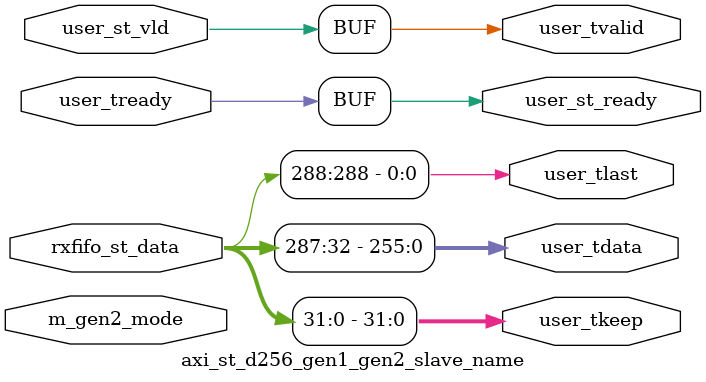
<source format=sv>

module axi_st_d256_gen1_gen2_slave_name  (

  // st channel
  output logic [  31:   0]   user_tkeep          ,
  output logic [ 255:   0]   user_tdata          ,
  output logic               user_tlast          ,
  output logic               user_tvalid         ,
  input  logic               user_tready         ,

  // Logic Link Interfaces
  input  logic               user_st_vld         ,
  input  logic [ 288:   0]   rxfifo_st_data      ,
  output logic               user_st_ready       ,

  input  logic               m_gen2_mode         

);

  // Connect Data

  assign user_tvalid                        = user_st_vld                        ;
  assign user_st_ready                      = user_tready                        ;
  assign user_tkeep           [   0 +:  32] = rxfifo_st_data       [   0 +:  32] ;
  assign user_tdata           [   0 +: 256] = rxfifo_st_data       [  32 +: 256] ;
  assign user_tlast                         = rxfifo_st_data       [ 288 +:   1] ;

endmodule

</source>
